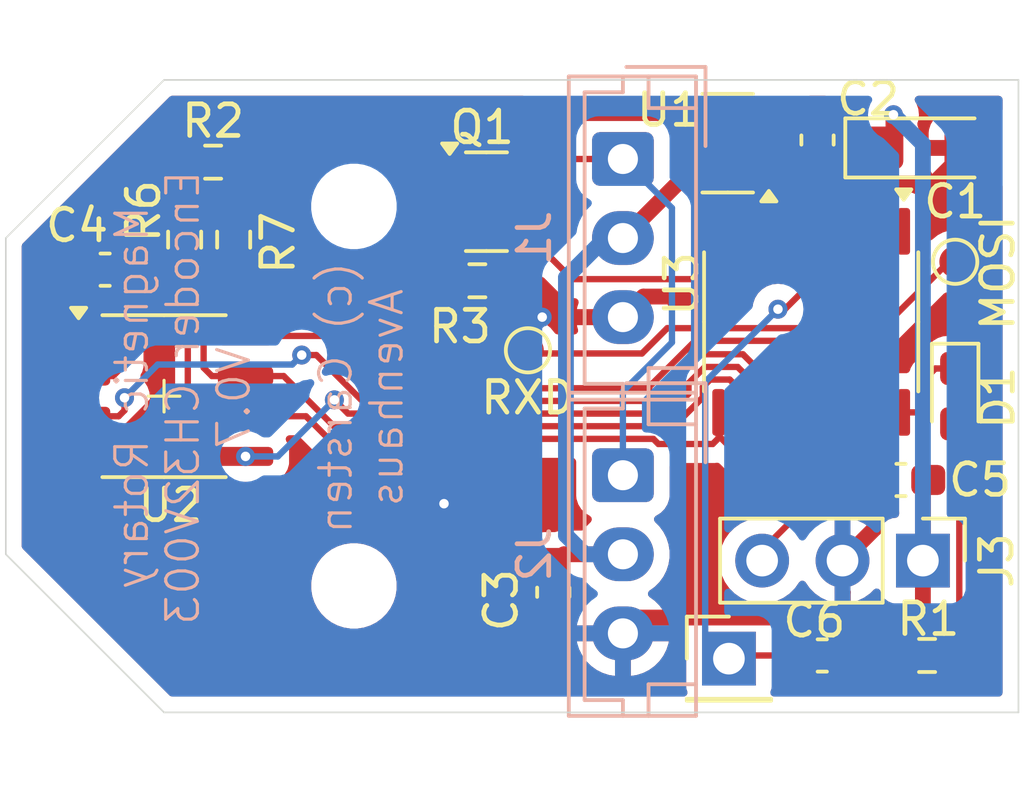
<source format=kicad_pcb>
(kicad_pcb (version 20240108) (generator "pcbnew") (generator_version "8.0")
  (layers (0 "F.Cu" signal) (31 "B.Cu" signal) (34 "B.Paste" user) (35 "F.Paste" user) (36 "B.SilkS" user "B.Silkscreen") (37 "F.SilkS" user "F.Silkscreen") (38 "B.Mask" user) (39 "F.Mask" user) (44 "Edge.Cuts" user))
  (net 0 "")
  (net 1 "GND")
  (net 2 "+3.3V")
  (net 3 "VCC")
  (net 4 "Net-(D1-A)")
  (net 5 "/Data")
  (net 6 "Net-(Q1-S)")
  (net 7 "/Com")
  (net 8 "/SS")
  (net 9 "/MOSI")
  (net 10 "/Out")
  (net 11 "/Push")
  (net 12 "/MISO{slash}SDA")
  (net 13 "/SCK{slash}SCL")
  (net 14 "/SWIO")
  (net 15 "/RXD")
  (net 17 "/RST")
  (net 22 "Net-(D1-K)")
  (footprint "TestPoint:TestPoint_Pad_D1.0mm" (layer "F.Cu") (at 130 105.75)
    (property "Reference" "MOSI" (at 1.35 0.35 90) (layer "F.SilkS"))
    (property "Value" "MOSI" (hide yes))
    (fp_circle (center 0 0) (end 0 0.7) (stroke (width 0.12)) (fill none) (layer "F.SilkS"))
    (pad "1" smd circle (at 0 0) (size 1 1) (layers "F.Cu" "F.Mask") (net 9 "/MOSI"))
  )
  (footprint "Connector_PinHeader_2.54mm:PinHeader_1x01_P2.54mm_Vertical" (layer "F.Cu") (at 122.85 118.3)
    (property "Reference" "TP1" (hide yes))
    (property "Value" "RST")
    (fp_line (start -1.33 -1.33) (end 0 -1.33) (stroke (width 0.12)) (layer "F.SilkS"))
    (fp_line (start -1.33 0) (end -1.33 -1.33) (stroke (width 0.12)) (layer "F.SilkS"))
    (fp_line (start -1.33 1.27) (end -1.33 1.33) (stroke (width 0.12)) (layer "F.SilkS"))
    (fp_line (start -1.33 1.27) (end 1.33 1.27) (stroke (width 0.12)) (layer "F.SilkS"))
    (fp_line (start -1.33 1.33) (end 1.33 1.33) (stroke (width 0.12)) (layer "F.SilkS"))
    (fp_line (start 1.33 1.27) (end 1.33 1.33) (stroke (width 0.12)) (layer "F.SilkS"))
    (pad "1" thru_hole rect (at 0 0) (size 1.7 1.7) (drill 1) (layers "*.Cu" "*.Mask") (net 17 "/RST"))
  )
  (footprint "Capacitor_Tantalum_SMD:CP_EIA-3216-18_Kemet-A_Pad1.58x1.35mm_HandSolder" (layer "F.Cu") (at 129.0125 102.15)
    (property "Reference" "C1" (at 0.9875 1.7 0) (layer "F.SilkS"))
    (property "Value" "47uF")
    (fp_line (start -2.485 -0.935) (end -2.485 0.935) (stroke (width 0.12)) (layer "F.SilkS"))
    (fp_line (start -2.485 0.935) (end 1.6 0.935) (stroke (width 0.12)) (layer "F.SilkS"))
    (fp_line (start 1.6 -0.935) (end -2.485 -0.935) (stroke (width 0.12)) (layer "F.SilkS"))
    (pad "1" smd roundrect (at -1.4375 0) (size 1.575 1.35) (layers "F.Cu" "F.Paste" "F.Mask") (roundrect_rratio 0.185185) (net 2 "+3.3V"))
    (pad "2" smd roundrect (at 1.4375 0) (size 1.575 1.35) (layers "F.Cu" "F.Paste" "F.Mask") (roundrect_rratio 0.185185) (net 1 "GND"))
  )
  (footprint "Capacitor_SMD:C_0603_1608Metric_Pad1.08x0.95mm_HandSolder" (layer "F.Cu") (at 125.65 101.9 -90)
    (property "Reference" "C2" (at -1.3 -1.6 180) (layer "F.SilkS"))
    (property "Value" "100nF" (hide yes))
    (fp_line (start -0.146267 0.51) (end 0.146267 0.51) (stroke (width 0.12)) (layer "F.SilkS"))
    (fp_line (start -0.146267 -0.51) (end 0.146267 -0.51) (stroke (width 0.12)) (layer "F.SilkS"))
    (pad "1" smd roundrect (at -0.8625 0 270) (size 1.075 0.95) (layers "F.Cu" "F.Paste" "F.Mask") (net 2 "+3.3V"))
    (pad "2" smd roundrect (at 0.8625 0 270) (size 1.075 0.95) (layers "F.Cu" "F.Paste" "F.Mask") (net 1 "GND"))
  )
  (footprint "Resistor_SMD:R_0603_1608Metric_Pad0.98x0.95mm_HandSolder" (layer "F.Cu") (at 129.1125 118.2)
    (property "Reference" "R1" (at 0.0375 -1.15 360) (layer "F.SilkS"))
    (property "Value" "1K")
    (fp_line (start -0.254724 -0.5225) (end 0.254724 -0.5225) (stroke (width 0.12)) (layer "F.SilkS"))
    (fp_line (start -0.254724 0.5225) (end 0.254724 0.5225) (stroke (width 0.12)) (layer "F.SilkS"))
    (pad "1" smd roundrect (at -0.9125 0) (size 0.975 0.95) (layers "F.Cu" "F.Paste" "F.Mask") (net 2 "+3.3V"))
    (pad "2" smd roundrect (at 0.9125 0) (size 0.975 0.95) (layers "F.Cu" "F.Paste" "F.Mask") (net 4 "Net-(D1-A)"))
  )
  (footprint "Capacitor_SMD:C_0603_1608Metric_Pad1.08x0.95mm_HandSolder" (layer "F.Cu") (at 128.2875 112.65 180)
    (property "Reference" "C5" (at -2.5 0 0) (layer "F.SilkS"))
    (property "Value" "100nF")
    (fp_line (start -0.146267 0.51) (end 0.146267 0.51) (stroke (width 0.12)) (layer "F.SilkS"))
    (fp_line (start -0.146267 -0.51) (end 0.146267 -0.51) (stroke (width 0.12)) (layer "F.SilkS"))
    (pad "1" smd roundrect (at -0.8625 0 180) (size 1.075 0.95) (layers "F.Cu" "F.Paste" "F.Mask") (net 2 "+3.3V"))
    (pad "2" smd roundrect (at 0.8625 0 180) (size 1.075 0.95) (layers "F.Cu" "F.Paste" "F.Mask") (net 1 "GND"))
  )
  (footprint "Resistor_SMD:R_0603_1608Metric_Pad0.98x0.95mm_HandSolder" (layer "F.Cu") (at 106.55 102.6)
    (property "Reference" "R2" (at 0 -1.3 0) (layer "F.SilkS"))
    (property "Value" "1K")
    (fp_line (start -0.254724 -0.5225) (end 0.254724 -0.5225) (stroke (width 0.12)) (layer "F.SilkS"))
    (fp_line (start -0.254724 0.5225) (end 0.254724 0.5225) (stroke (width 0.12)) (layer "F.SilkS"))
    (pad "1" smd roundrect (at -0.9125 0) (size 0.975 0.95) (layers "F.Cu" "F.Paste" "F.Mask") (net 2 "+3.3V"))
    (pad "2" smd roundrect (at 0.9125 0) (size 0.975 0.95) (layers "F.Cu" "F.Paste" "F.Mask") (net 6 "Net-(Q1-S)"))
  )
  (footprint "Capacitor_SMD:C_0603_1608Metric_Pad1.08x0.95mm_HandSolder" (layer "F.Cu") (at 117.3 116.2 -90)
    (property "Reference" "C3" (at 0.25 1.65 90) (layer "F.SilkS"))
    (property "Value" "100nF")
    (fp_line (start -0.146267 0.51) (end 0.146267 0.51) (stroke (width 0.12)) (layer "F.SilkS"))
    (fp_line (start -0.146267 -0.51) (end 0.146267 -0.51) (stroke (width 0.12)) (layer "F.SilkS"))
    (pad "1" smd roundrect (at -0.8625 0 270) (size 1.075 0.95) (layers "F.Cu" "F.Paste" "F.Mask") (net 3 "VCC"))
    (pad "2" smd roundrect (at 0.8625 0 270) (size 1.075 0.95) (layers "F.Cu" "F.Paste" "F.Mask") (net 1 "GND"))
  )
  (footprint "Connector_PinHeader_2.54mm:PinHeader_1x03_P2.54mm_Vertical" (layer "F.Cu") (at 128.98 115.2 -90)
    (property "Reference" "J3" (at 0 -2.33 90) (layer "F.SilkS"))
    (property "Value" "Conn_01x03_Pin")
    (fp_line (start -1.33 6.41) (end 1.33 6.41) (stroke (width 0.12)) (layer "F.SilkS"))
    (fp_line (start -1.33 1.27) (end -1.33 6.41) (stroke (width 0.12)) (layer "F.SilkS"))
    (fp_line (start -1.33 1.27) (end 1.33 1.27) (stroke (width 0.12)) (layer "F.SilkS"))
    (fp_line (start 1.33 1.27) (end 1.33 6.41) (stroke (width 0.12)) (layer "F.SilkS"))
    (fp_line (start -1.33 0) (end -1.33 -1.33) (stroke (width 0.12)) (layer "F.SilkS"))
    (fp_line (start -1.33 -1.33) (end 0 -1.33) (stroke (width 0.12)) (layer "F.SilkS"))
    (pad "1" thru_hole rect (at 0 0 270) (size 1.7 1.7) (drill 1) (layers "*.Cu" "*.Mask") (net 2 "+3.3V"))
    (pad "2" thru_hole oval (at 0 2.54 270) (size 1.7 1.7) (drill 1) (layers "*.Cu" "*.Mask") (net 1 "GND"))
    (pad "3" thru_hole oval (at 0 5.08 270) (size 1.7 1.7) (drill 1) (layers "*.Cu" "*.Mask") (net 14 "/SWIO"))
  )
  (footprint "Capacitor_SMD:C_0603_1608Metric_Pad1.08x0.95mm_HandSolder" (layer "F.Cu") (at 125.8 118.2)
    (property "Reference" "C6" (at -0.25 -1.1 0) (layer "F.SilkS"))
    (property "Value" "100nF")
    (fp_line (start -0.146267 -0.51) (end 0.146267 -0.51) (stroke (width 0.12)) (layer "F.SilkS"))
    (fp_line (start -0.146267 0.51) (end 0.146267 0.51) (stroke (width 0.12)) (layer "F.SilkS"))
    (pad "1" smd roundrect (at -0.8625 0) (size 1.075 0.95) (layers "F.Cu" "F.Paste" "F.Mask") (net 17 "/RST"))
    (pad "2" smd roundrect (at 0.8625 0) (size 1.075 0.95) (layers "F.Cu" "F.Paste" "F.Mask") (net 1 "GND"))
  )
  (footprint "MountingHole:MountingHole_2.2mm_M2_DIN965" (layer "F.Cu") (at 111 104)
    (property "Reference" "H2" (hide yes))
    (property "Value" "MountingHole")
    (pad "" np_thru_hole circle (at 0 0) (size 2.2 2.2) (drill 2.2) (layers "*.Cu" "*.Mask"))
  )
  (footprint "Package_SO:SO-8_3.9x4.9mm_P1.27mm" (layer "F.Cu") (at 105 110)
    (property "Reference" "U2" (at 0.2 3.45 0) (layer "F.SilkS"))
    (property "Value" "MT6701CT" (hide yes))
    (fp_line (start -0.5 0) (end 0.5 0) (stroke (width 0.1)) (layer "F.SilkS"))
    (fp_line (start 0 -2.56) (end -1.95 -2.56) (stroke (width 0.12)) (layer "F.SilkS"))
    (fp_line (start 0 -2.56) (end 1.95 -2.56) (stroke (width 0.12)) (layer "F.SilkS"))
    (fp_line (start 0 -0.5) (end 0 0.5) (stroke (width 0.1)) (layer "F.SilkS"))
    (fp_line (start 0 2.56) (end -1.95 2.56) (stroke (width 0.12)) (layer "F.SilkS"))
    (fp_line (start 0 2.56) (end 1.95 2.56) (stroke (width 0.12)) (layer "F.SilkS"))
    (fp_poly (pts (xy -2.7 -2.465) (xy -2.94 -2.795) (xy -2.46 -2.795) (xy -2.7 -2.465)) (stroke (width 0.12)) (fill solid) (layer "F.SilkS"))
    (pad "1" smd roundrect (at -2.575 -1.905) (size 1.75 0.6) (layers "F.Cu" "F.Paste" "F.Mask") (net 2 "+3.3V"))
    (pad "2" smd roundrect (at -2.575 -0.635) (size 1.75 0.6) (layers "F.Cu" "F.Paste" "F.Mask") (net 2 "+3.3V"))
    (pad "3" smd roundrect (at -2.575 0.635) (size 1.75 0.6) (layers "F.Cu" "F.Paste" "F.Mask") (net 11 "/Push"))
    (pad "4" smd roundrect (at -2.575 1.905) (size 1.75 0.6) (layers "F.Cu" "F.Paste" "F.Mask") (net 1 "GND"))
    (pad "5" smd roundrect (at 2.575 1.905) (size 1.75 0.6) (layers "F.Cu" "F.Paste" "F.Mask") (net 10 "/Out"))
    (pad "6" smd roundrect (at 2.575 0.635) (size 1.75 0.6) (layers "F.Cu" "F.Paste" "F.Mask") (net 12 "/MISO{slash}SDA"))
    (pad "7" smd roundrect (at 2.575 -0.635) (size 1.75 0.6) (layers "F.Cu" "F.Paste" "F.Mask") (net 13 "/SCK{slash}SCL"))
    (pad "8" smd roundrect (at 2.575 -1.905) (size 1.75 0.6) (layers "F.Cu" "F.Paste" "F.Mask") (net 8 "/SS"))
  )
  (footprint "MountingHole:MountingHole_2.2mm_M2_DIN965" (layer "F.Cu") (at 111 116)
    (property "Reference" "H1" (hide yes))
    (property "Value" "MountingHole")
    (pad "" np_thru_hole circle (at 0 0) (size 2.2 2.2) (drill 2.2) (layers "*.Cu" "*.Mask"))
  )
  (footprint "Resistor_SMD:R_0603_1608Metric_Pad0.98x0.95mm_HandSolder" (layer "F.Cu") (at 114.9 106.35)
    (property "Reference" "R3" (at -0.55 1.45 0) (layer "F.SilkS"))
    (property "Value" "100")
    (fp_line (start -0.254724 -0.5225) (end 0.254724 -0.5225) (stroke (width 0.12)) (layer "F.SilkS"))
    (fp_line (start -0.254724 0.5225) (end 0.254724 0.5225) (stroke (width 0.12)) (layer "F.SilkS"))
    (pad "1" smd roundrect (at -0.9125 0) (size 0.975 0.95) (layers "F.Cu" "F.Paste" "F.Mask") (net 6 "Net-(Q1-S)"))
    (pad "2" smd roundrect (at 0.9125 0) (size 0.975 0.95) (layers "F.Cu" "F.Paste" "F.Mask") (net 7 "/Com"))
  )
  (footprint "Resistor_SMD:R_0603_1608Metric_Pad0.98x0.95mm_HandSolder" (layer "F.Cu") (at 107.2 105.05 -90)
    (property "Reference" "R7" (at 0.1 -1.4 90) (layer "F.SilkS"))
    (property "Value" "10K")
    (fp_line (start -0.254724 0.5225) (end 0.254724 0.5225) (stroke (width 0.12)) (layer "F.SilkS"))
    (fp_line (start -0.254724 -0.5225) (end 0.254724 -0.5225) (stroke (width 0.12)) (layer "F.SilkS"))
    (pad "1" smd roundrect (at -0.9125 0 270) (size 0.975 0.95) (layers "F.Cu" "F.Paste" "F.Mask") (net 2 "+3.3V"))
    (pad "2" smd roundrect (at 0.9125 0 270) (size 0.975 0.95) (layers "F.Cu" "F.Paste" "F.Mask") (net 13 "/SCK{slash}SCL"))
  )
  (footprint "LED_SMD:LED_0603_1608Metric_Pad1.05x0.95mm_HandSolder" (layer "F.Cu") (at 130 110 -90)
    (property "Reference" "D1" (at 0.05 -1.35 90) (layer "F.SilkS"))
    (property "Value" "LED")
    (fp_line (start -1.66 0.735) (end 0.8 0.735) (stroke (width 0.12)) (layer "F.SilkS"))
    (fp_line (start -1.66 -0.735) (end -1.66 0.735) (stroke (width 0.12)) (layer "F.SilkS"))
    (fp_line (start 0.8 -0.735) (end -1.66 -0.735) (stroke (width 0.12)) (layer "F.SilkS"))
    (pad "1" smd roundrect (at -0.875 0 270) (size 1.05 0.95) (layers "F.Cu" "F.Paste" "F.Mask") (net 22 "Net-(D1-K)"))
    (pad "2" smd roundrect (at 0.875 0 270) (size 1.05 0.95) (layers "F.Cu" "F.Paste" "F.Mask") (net 4 "Net-(D1-A)"))
  )
  (footprint "Package_TO_SOT_SMD:SOT-23-3" (layer "F.Cu") (at 122.8125 102 180)
    (property "Reference" "U1" (at 1.8625 1.05 0) (layer "F.SilkS"))
    (property "Value" "XC6206PxxxMR" (hide yes))
    (fp_line (start 0 1.56) (end 0.8 1.56) (stroke (width 0.12)) (layer "F.SilkS"))
    (fp_line (start 0 1.56) (end -0.8 1.56) (stroke (width 0.12)) (layer "F.SilkS"))
    (fp_line (start 0 -1.56) (end 0.8 -1.56) (stroke (width 0.12)) (layer "F.SilkS"))
    (fp_line (start 0 -1.56) (end -0.8 -1.56) (stroke (width 0.12)) (layer "F.SilkS"))
    (fp_poly (pts (xy -1.3 -1.51) (xy -1.54 -1.84) (xy -1.06 -1.84) (xy -1.3 -1.51)) (stroke (width 0.12)) (fill solid) (layer "F.SilkS"))
    (pad "1" smd roundrect (at -1.1375 -0.95 180) (size 1.325 0.6) (layers "F.Cu" "F.Paste" "F.Mask") (net 1 "GND"))
    (pad "2" smd roundrect (at -1.1375 0.95 180) (size 1.325 0.6) (layers "F.Cu" "F.Paste" "F.Mask") (net 2 "+3.3V"))
    (pad "3" smd roundrect (at 1.1375 0 180) (size 1.325 0.6) (layers "F.Cu" "F.Paste" "F.Mask") (net 3 "VCC"))
  )
  (footprint "TestPoint:TestPoint_Pad_D1.0mm" (layer "F.Cu") (at 116.5 108.55)
    (property "Reference" "RXD" (at 0 1.5 0) (layer "F.SilkS"))
    (property "Value" "RXD")
    (fp_circle (center 0 0) (end 0 0.7) (stroke (width 0.12)) (fill none) (layer "F.SilkS"))
    (pad "1" smd circle (at 0 0) (size 1 1) (layers "F.Cu" "F.Mask") (net 15 "/RXD"))
  )
  (footprint "Package_TO_SOT_SMD:SOT-23" (layer "F.Cu") (at 115.1875 103.85)
    (property "Reference" "Q1" (at -0.1375 -2.35 0) (layer "F.SilkS"))
    (property "Value" "2N7002K" (hide yes))
    (fp_line (start 0 -1.56) (end -0.65 -1.56) (stroke (width 0.12)) (layer "F.SilkS"))
    (fp_line (start 0 -1.56) (end 0.65 -1.56) (stroke (width 0.12)) (layer "F.SilkS"))
    (fp_line (start 0 1.56) (end -0.65 1.56) (stroke (width 0.12)) (layer "F.SilkS"))
    (fp_line (start 0 1.56) (end 0.65 1.56) (stroke (width 0.12)) (layer "F.SilkS"))
    (fp_poly (pts (xy -1.1625 -1.51) (xy -1.4025 -1.84) (xy -0.9225 -1.84) (xy -1.1625 -1.51)) (stroke (width 0.12)) (fill solid) (layer "F.SilkS"))
    (pad "1" smd roundrect (at -0.9375 -0.95) (size 1.475 0.6) (layers "F.Cu" "F.Paste" "F.Mask") (net 2 "+3.3V"))
    (pad "2" smd roundrect (at -0.9375 0.95) (size 1.475 0.6) (layers "F.Cu" "F.Paste" "F.Mask") (net 6 "Net-(Q1-S)"))
    (pad "3" smd roundrect (at 0.9375 0) (size 1.475 0.6) (layers "F.Cu" "F.Paste" "F.Mask") (net 5 "/Data"))
  )
  (footprint "Resistor_SMD:R_0603_1608Metric_Pad0.98x0.95mm_HandSolder" (layer "F.Cu") (at 105.65 105.05 -90)
    (property "Reference" "R6" (at -0.9 1.3 90) (layer "F.SilkS"))
    (property "Value" "10K")
    (fp_line (start -0.254724 0.5225) (end 0.254724 0.5225) (stroke (width 0.12)) (layer "F.SilkS"))
    (fp_line (start -0.254724 -0.5225) (end 0.254724 -0.5225) (stroke (width 0.12)) (layer "F.SilkS"))
    (pad "1" smd roundrect (at -0.9125 0 270) (size 0.975 0.95) (layers "F.Cu" "F.Paste" "F.Mask") (net 2 "+3.3V"))
    (pad "2" smd roundrect (at 0.9125 0 270) (size 0.975 0.95) (layers "F.Cu" "F.Paste" "F.Mask") (net 12 "/MISO{slash}SDA"))
  )
  (footprint "Package_SO:TSSOP-20_4.4x6.5mm_P0.65mm" (layer "F.Cu") (at 125.45 107.65 -90)
    (property "Reference" "U3" (at -1.2 4.1 90) (layer "F.SilkS"))
    (property "Value" "CH32V003FxPx")
    (fp_line (start 0 3.385) (end -2.2 3.385) (stroke (width 0.12)) (layer "F.SilkS"))
    (fp_line (start 0 3.385) (end 2.2 3.385) (stroke (width 0.12)) (layer "F.SilkS"))
    (fp_line (start 0 -3.385) (end -2.2 -3.385) (stroke (width 0.12)) (layer "F.SilkS"))
    (fp_line (start 0 -3.385) (end 2.2 -3.385) (stroke (width 0.12)) (layer "F.SilkS"))
    (fp_poly (pts (xy -3.86 -2.925) (xy -4.19 -3.165) (xy -4.19 -2.685) (xy -3.86 -2.925)) (stroke (width 0.12)) (fill solid) (layer "F.SilkS"))
    (pad "1" smd roundrect (at -2.8625 -2.925 270) (size 1.475 0.4) (layers "F.Cu" "F.Paste" "F.Mask"))
    (pad "2" smd roundrect (at -2.8625 -2.275 270) (size 1.475 0.4) (layers "F.Cu" "F.Paste" "F.Mask") (net 7 "/Com"))
    (pad "3" smd roundrect (at -2.8625 -1.625 270) (size 1.475 0.4) (layers "F.Cu" "F.Paste" "F.Mask") (net 15 "/RXD"))
    (pad "4" smd roundrect (at -2.8625 -0.975 270) (size 1.475 0.4) (layers "F.Cu" "F.Paste" "F.Mask") (net 17 "/RST"))
    (pad "5" smd roundrect (at -2.8625 -0.325 270) (size 1.475 0.4) (layers "F.Cu" "F.Paste" "F.Mask"))
    (pad "6" smd roundrect (at -2.8625 0.325 270) (size 1.475 0.4) (layers "F.Cu" "F.Paste" "F.Mask"))
    (pad "7" smd roundrect (at -2.8625 0.975 270) (size 1.475 0.4) (layers "F.Cu" "F.Paste" "F.Mask") (net 1 "GND"))
    (pad "8" smd roundrect (at -2.8625 1.625 270) (size 1.475 0.4) (layers "F.Cu" "F.Paste" "F.Mask"))
    (pad "9" smd roundrect (at -2.8625 2.275 270) (size 1.475 0.4) (layers "F.Cu" "F.Paste" "F.Mask") (net 2 "+3.3V"))
    (pad "10" smd roundrect (at -2.8625 2.925 270) (size 1.475 0.4) (layers "F.Cu" "F.Paste" "F.Mask") (net 8 "/SS"))
    (pad "11" smd roundrect (at 2.8625 2.925 270) (size 1.475 0.4) (layers "F.Cu" "F.Paste" "F.Mask") (net 12 "/MISO{slash}SDA"))
    (pad "12" smd roundrect (at 2.8625 2.275 270) (size 1.475 0.4) (layers "F.Cu" "F.Paste" "F.Mask") (net 13 "/SCK{slash}SCL"))
    (pad "13" smd roundrect (at 2.8625 1.625 270) (size 1.475 0.4) (layers "F.Cu" "F.Paste" "F.Mask") (net 10 "/Out"))
    (pad "14" smd roundrect (at 2.8625 0.975 270) (size 1.475 0.4) (layers "F.Cu" "F.Paste" "F.Mask") (net 11 "/Push"))
    (pad "15" smd roundrect (at 2.8625 0.325 270) (size 1.475 0.4) (layers "F.Cu" "F.Paste" "F.Mask") (net 13 "/SCK{slash}SCL"))
    (pad "16" smd roundrect (at 2.8625 -0.325 270) (size 1.475 0.4) (layers "F.Cu" "F.Paste" "F.Mask") (net 9 "/MOSI"))
    (pad "17" smd roundrect (at 2.8625 -0.975 270) (size 1.475 0.4) (layers "F.Cu" "F.Paste" "F.Mask") (net 12 "/MISO{slash}SDA"))
    (pad "18" smd roundrect (at 2.8625 -1.625 270) (size 1.475 0.4) (layers "F.Cu" "F.Paste" "F.Mask") (net 14 "/SWIO"))
    (pad "19" smd roundrect (at 2.8625 -2.275 270) (size 1.475 0.4) (layers "F.Cu" "F.Paste" "F.Mask"))
    (pad "20" smd roundrect (at 2.8625 -2.925 270) (size 1.475 0.4) (layers "F.Cu" "F.Paste" "F.Mask") (net 22 "Net-(D1-K)"))
  )
  (footprint "Capacitor_SMD:C_0603_1608Metric_Pad1.08x0.95mm_HandSolder" (layer "F.Cu") (at 103.1375 106)
    (property "Reference" "C4" (at -0.8875 -1.4 0) (layer "F.SilkS"))
    (property "Value" "100nF")
    (fp_line (start -0.146267 -0.51) (end 0.146267 -0.51) (stroke (width 0.12)) (layer "F.SilkS"))
    (fp_line (start -0.146267 0.51) (end 0.146267 0.51) (stroke (width 0.12)) (layer "F.SilkS"))
    (pad "1" smd roundrect (at -0.8625 0) (size 1.075 0.95) (layers "F.Cu" "F.Paste" "F.Mask") (net 2 "+3.3V"))
    (pad "2" smd roundrect (at 0.8625 0) (size 1.075 0.95) (layers "F.Cu" "F.Paste" "F.Mask") (net 1 "GND"))
  )
  (footprint "My_Library:JST_1x03_P2.50mm_Vertical" (layer "B.Cu") (at 119.5 102.5 -90)
    (property "Reference" "J1" (at 2.5 2.8 90) (layer "B.SilkS") (effects (justify mirror)))
    (property "Value" "Conn_01x03_Pin" (hide yes))
    (fp_line (start -2.61 1.71) (end 7.61 1.71) (stroke (width 0.12)) (layer "B.SilkS"))
    (fp_line (start 7.61 1.71) (end 7.61 -2.31) (stroke (width 0.12)) (layer "B.SilkS"))
    (fp_line (start -2.11 1.21) (end -2.11 0) (stroke (width 0.12)) (layer "B.SilkS"))
    (fp_line (start 7.11 1.21) (end -2.11 1.21) (stroke (width 0.12)) (layer "B.SilkS"))
    (fp_line (start -2.11 0) (end -2.61 0) (stroke (width 0.12)) (layer "B.SilkS"))
    (fp_line (start 7.11 0) (end 7.11 1.21) (stroke (width 0.12)) (layer "B.SilkS"))
    (fp_line (start 7.61 0) (end 7.11 0) (stroke (width 0.12)) (layer "B.SilkS"))
    (fp_line (start -1.61 -0.81) (end -2.61 -0.81) (stroke (width 0.12)) (layer "B.SilkS"))
    (fp_line (start 6.61 -0.81) (end 7.61 -0.81) (stroke (width 0.12)) (layer "B.SilkS"))
    (fp_line (start -2.61 -2.31) (end -2.61 1.71) (stroke (width 0.12)) (layer "B.SilkS"))
    (fp_line (start -1.61 -2.31) (end -1.61 -0.81) (stroke (width 0.12)) (layer "B.SilkS"))
    (fp_line (start 6.61 -2.31) (end 6.61 -0.81) (stroke (width 0.12)) (layer "B.SilkS"))
    (fp_line (start 7.61 -2.31) (end -2.61 -2.31) (stroke (width 0.12)) (layer "B.SilkS"))
    (fp_line (start -2.91 -2.61) (end -2.91 -0.11) (stroke (width 0.12)) (layer "B.SilkS"))
    (fp_line (start -0.41 -2.61) (end -2.91 -2.61) (stroke (width 0.12)) (layer "B.SilkS"))
    (pad "1" thru_hole roundrect (at 0 0 270) (size 1.7 1.95) (drill 0.95) (layers "*.Cu" "*.Mask") (roundrect_rratio 0.147059) (net 5 "/Data"))
    (pad "2" thru_hole oval (at 2.5 0 270) (size 1.7 1.95) (drill 0.95) (layers "*.Cu" "*.Mask") (net 3 "VCC"))
    (pad "3" thru_hole oval (at 5 0 270) (size 1.7 1.95) (drill 0.95) (layers "*.Cu" "*.Mask") (net 1 "GND"))
  )
  (footprint "My_Library:JST_1x03_P2.50mm_Vertical" (layer "B.Cu") (at 119.5 112.5 -90)
    (property "Reference" "J2" (at 2.5 2.8 90) (layer "B.SilkS") (effects (justify mirror)))
    (property "Value" "Conn_01x03_Pin" (hide yes))
    (fp_line (start -2.61 1.71) (end 7.61 1.71) (stroke (width 0.12)) (layer "B.SilkS"))
    (fp_line (start 7.61 1.71) (end 7.61 -2.31) (stroke (width 0.12)) (layer "B.SilkS"))
    (fp_line (start -2.11 1.21) (end -2.11 0) (stroke (width 0.12)) (layer "B.SilkS"))
    (fp_line (start 7.11 1.21) (end -2.11 1.21) (stroke (width 0.12)) (layer "B.SilkS"))
    (fp_line (start -2.11 0) (end -2.61 0) (stroke (width 0.12)) (layer "B.SilkS"))
    (fp_line (start 7.11 0) (end 7.11 1.21) (stroke (width 0.12)) (layer "B.SilkS"))
    (fp_line (start 7.61 0) (end 7.11 0) (stroke (width 0.12)) (layer "B.SilkS"))
    (fp_line (start -1.61 -0.81) (end -2.61 -0.81) (stroke (width 0.12)) (layer "B.SilkS"))
    (fp_line (start 6.61 -0.81) (end 7.61 -0.81) (stroke (width 0.12)) (layer "B.SilkS"))
    (fp_line (start -2.61 -2.31) (end -2.61 1.71) (stroke (width 0.12)) (layer "B.SilkS"))
    (fp_line (start -1.61 -2.31) (end -1.61 -0.81) (stroke (width 0.12)) (layer "B.SilkS"))
    (fp_line (start 6.61 -2.31) (end 6.61 -0.81) (stroke (width 0.12)) (layer "B.SilkS"))
    (fp_line (start 7.61 -2.31) (end -2.61 -2.31) (stroke (width 0.12)) (layer "B.SilkS"))
    (fp_line (start -2.91 -2.61) (end -2.91 -0.11) (stroke (width 0.12)) (layer "B.SilkS"))
    (fp_line (start -0.41 -2.61) (end -2.91 -2.61) (stroke (width 0.12)) (layer "B.SilkS"))
    (pad "1" thru_hole roundrect (at 0 0 270) (size 1.7 1.95) (drill 0.95) (layers "*.Cu" "*.Mask") (roundrect_rratio 0.147059) (net 5 "/Data"))
    (pad "2" thru_hole oval (at 2.5 0 270) (size 1.7 1.95) (drill 0.95) (layers "*.Cu" "*.Mask") (net 3 "VCC"))
    (pad "3" thru_hole oval (at 5 0 270) (size 1.7 1.95) (drill 0.95) (layers "*.Cu" "*.Mask") (net 1 "GND"))
  )
  (gr_line (start 105 100) (end 132 100) (stroke (width 0.05)) (layer "Edge.Cuts"))
  (gr_line (start 100 105) (end 105 100) (stroke (width 0.05)) (layer "Edge.Cuts"))
  (gr_line (start 100 115) (end 105 120) (stroke (width 0.05)) (layer "Edge.Cuts"))
  (gr_line (start 132 100) (end 132 120) (stroke (width 0.05)) (layer "Edge.Cuts"))
  (gr_line (start 100 105) (end 100 115) (stroke (width 0.05)) (layer "Edge.Cuts"))
  (gr_line (start 132 120) (end 105 120) (stroke (width 0.05)) (layer "Edge.Cuts"))
  (gr_text_box "Magnetic Rotary\nEncoder CH32V003\nV0.7\n\n(c) Carsten\nAvenhaus" (start 102.65 101.2466) (end 112.95 118.8534) (angle 90) (layer "B.SilkS") (effects (font (size 1 1) (thickness 0.1)) (justify top mirror)) (border no))
  (segment (start 113.846146 113.4) (end 102.95 113.4) (width 0.5) (layer "F.Cu") (net 1))
  (segment (start 126.05 117) (end 126.45 116.6) (width 0.5) (layer "F.Cu") (net 1))
  (segment (start 113.846146 113.4) (end 117.3 116.853854) (width 0.5) (layer "F.Cu") (net 1))
  (segment (start 120.15 106.85) (end 119.5 107.5) (width 0.5) (layer "F.Cu") (net 1))
  (segment (start 120 117) (end 125.4625 117) (width 0.5) (layer "F.Cu") (net 1))
  (segment (start 119.5 117.5) (end 117.7375 117.5) (width 0.5) (layer "F.Cu") (net 1))
  (segment (start 124.475 104.7875) (end 124.475 105.655588) (width 0.5) (layer "F.Cu") (net 1))
  (segment (start 124.475 105.655588) (end 123.280588 106.85) (width 0.5) (layer "F.Cu") (net 1))
  (segment (start 126.44 116.19) (end 126.44 115.2) (width 0.5) (layer "F.Cu") (net 1))
  (segment (start 103.095 111.905) (end 105.1 109.9) (width 0.5) (layer "F.Cu") (net 1))
  (segment (start 125.65 102.7625) (end 124.75 102.7625) (width 0.5) (layer "F.Cu") (net 1))
  (segment (start 127.45 114.19) (end 127.45 112.675) (width 0.5) (layer "F.Cu") (net 1))
  (segment (start 105.1 109.9) (end 105.1 107.1) (width 0.5) (layer "F.Cu") (net 1))
  (segment (start 126.1625 103.275) (end 129.325 103.275) (width 0.5) (layer "F.Cu") (net 1))
  (segment (start 117.7375 117.5) (end 117.3 117.0625) (width 0.5) (layer "F.Cu") (net 1))
  (segment (start 105.1 107.1) (end 104 106) (width 0.5) (layer "F.Cu") (net 1))
  (segment (start 126.44 115.2) (end 127.45 114.19) (width 0.5) (layer "F.Cu") (net 1))
  (segment (start 125.4625 117) (end 126.6625 118.2) (width 0.5) (layer "F.Cu") (net 1))
  (segment (start 125.4625 117) (end 126.05 117) (width 0.5) (layer "F.Cu") (net 1))
  (segment (start 123.280588 106.85) (end 120.15 106.85) (width 0.5) (layer "F.Cu") (net 1))
  (segment (start 124.1375 102.7625) (end 123.95 102.95) (width 0.5) (layer "F.Cu") (net 1))
  (segment (start 124.475 103.0375) (end 124.75 102.7625) (width 0.5) (layer "F.Cu") (net 1))
  (segment (start 102.425 112.875) (end 102.425 111.905) (width 0.5) (layer "F.Cu") (net 1))
  (segment (start 126.45 116.2) (end 126.44 116.19) (width 0.5) (layer "F.Cu") (net 1))
  (segment (start 125.65 102.7625) (end 126.1625 103.275) (width 0.5) (layer "F.Cu") (net 1))
  (segment (start 124.75 102.7625) (end 124.1375 102.7625) (width 0.5) (layer "F.Cu") (net 1))
  (segment (start 124.475 104.7875) (end 124.475 103.0375) (width 0.5) (layer "F.Cu") (net 1))
  (segment (start 119.5 107.5) (end 116.95 107.5) (width 0.5) (layer "F.Cu") (net 1))
  (segment (start 126.45 116.6) (end 126.45 116.2) (width 0.5) (layer "F.Cu") (net 1))
  (segment (start 119.5 117.5) (end 120 117) (width 0.5) (layer "F.Cu") (net 1))
  (segment (start 102.95 113.4) (end 102.425 112.875) (width 0.5) (layer "F.Cu") (net 1))
  (segment (start 129.325 103.275) (end 130.45 102.15) (width 0.5) (layer "F.Cu") (net 1))
  (via (at 116.95 107.5) (size 0.6) (drill 0.3) (layers "F.Cu" "B.Cu") (net 1))
  (via (at 113.846146 113.4) (size 0.6) (drill 0.3) (layers "F.Cu" "B.Cu") (net 1))
  (segment (start 116.95 107.5) (end 113.846146 110.603854) (width 0.5) (layer "B.Cu") (net 1))
  (segment (start 113.846146 110.603854) (end 113.846146 113.4) (width 0.5) (layer "B.Cu") (net 1))
  (segment (start 125.6375 101.05) (end 123.95 101.05) (width 0.5) (layer "F.Cu") (net 2))
  (segment (start 105.65 104.1375) (end 107.2 104.1375) (width 0.5) (layer "F.Cu") (net 2))
  (segment (start 114.25 102.9) (end 114.25 102.25) (width 0.5) (layer "F.Cu") (net 2))
  (segment (start 117.15 101.05) (end 115.3 102.9) (width 0.5) (layer "F.Cu") (net 2))
  (segment (start 103.595 108.095) (end 103.75 108.25) (width 0.2) (layer "F.Cu") (net 2))
  (segment (start 102.275 106.85) (end 102.425 107) (width 0.5) (layer "F.Cu") (net 2))
  (segment (start 102.425 107) (end 102.425 108.095) (width 0.5) (layer "F.Cu") (net 2))
  (segment (start 123.175 104.7875) (end 123.175 103.690184) (width 0.5) (layer "F.Cu") (net 2))
  (segment (start 103.385 109.365) (end 102.425 109.365) (width 0.2) (layer "F.Cu") (net 2))
  (segment (start 102.275 106) (end 102.275 106.85) (width 0.5) (layer "F.Cu") (net 2))
  (segment (start 122.8375 103.352684) (end 122.8375 101.0625) (width 0.5) (layer "F.Cu") (net 2))
  (segment (start 115.3 102.9) (end 114.25 102.9) (width 0.5) (layer "F.Cu") (net 2))
  (segment (start 102.275 106) (end 102.275 105.525) (width 0.5) (layer "F.Cu") (net 2))
  (segment (start 126.4625 101.0375) (end 127.575 102.15) (width 0.5) (layer "F.Cu") (net 2))
  (segment (start 123.95 101.05) (end 122.85 101.05) (width 0.5) (layer "F.Cu") (net 2))
  (segment (start 123.175 103.690184) (end 122.8375 103.352684) (width 0.5) (layer "F.Cu") (net 2))
  (segment (start 103.75 108.25) (end 103.75 109) (width 0.2) (layer "F.Cu") (net 2))
  (segment (start 114.25 102.25) (end 113.6 101.6) (width 0.5) (layer "F.Cu") (net 2))
  (segment (start 102.275 105.525) (end 103.6625 104.1375) (width 0.5) (layer "F.Cu") (net 2))
  (segment (start 129 116.75) (end 128.98 116.73) (width 0.5) (layer "F.Cu") (net 2))
  (segment (start 103.75 109) (end 103.385 109.365) (width 0.2) (layer "F.Cu") (net 2))
  (segment (start 103.6625 104.1375) (end 105.65 104.1375) (width 0.5) (layer "F.Cu") (net 2))
  (segment (start 102.425 108.095) (end 103.595 108.095) (width 0.2) (layer "F.Cu") (net 2))
  (segment (start 128.98 116.73) (end 128.98 115.2) (width 0.5) (layer "F.Cu") (net 2))
  (segment (start 122.8375 101.0625) (end 122.85 101.05) (width 0.5) (layer "F.Cu") (net 2))
  (segment (start 128.2 117.55) (end 129 116.75) (width 0.5) (layer "F.Cu") (net 2))
  (segment (start 128.2 118.2) (end 128.2 117.55) (width 0.5) (layer "F.Cu") (net 2))
  (segment (start 105.65 104.1375) (end 105.65 102.6125) (width 0.5) (layer "F.Cu") (net 2))
  (segment (start 113.6 101.6) (end 106.35 101.6) (width 0.5) (layer "F.Cu") (net 2))
  (segment (start 106.35 101.6) (end 105.6375 102.3125) (width 0.5) (layer "F.Cu") (net 2))
  (segment (start 128.05 101.1) (end 128.05 101.675) (width 0.5) (layer "F.Cu") (net 2))
  (segment (start 122.85 101.05) (end 117.15 101.05) (width 0.5) (layer "F.Cu") (net 2))
  (segment (start 128.98 115.2) (end 128.98 112.82) (width 0.5) (layer "F.Cu") (net 2))
  (segment (start 128.05 101.675) (end 127.575 102.15) (width 0.5) (layer "F.Cu") (net 2))
  (segment (start 125.65 101.0375) (end 126.4625 101.0375) (width 0.5) (layer "F.Cu") (net 2))
  (via (at 128.05 101.1) (size 0.6) (drill 0.3) (layers "F.Cu" "B.Cu") (net 2))
  (segment (start 128.98 102.03) (end 128.05 101.1) (width 0.5) (layer "B.Cu") (net 2))
  (segment (start 128.98 115.2) (end 128.98 102.03) (width 0.5) (layer "B.Cu") (net 2))
  (segment (start 121.675 102.825) (end 119.5 105) (width 0.5) (layer "F.Cu") (net 3))
  (segment (start 117.6375 115) (end 117.3 115.3375) (width 0.5) (layer "F.Cu") (net 3))
  (segment (start 121.675 102) (end 121.675 102.825) (width 0.5) (layer "F.Cu") (net 3))
  (segment (start 119.5 115) (end 117.6375 115) (width 0.5) (layer "F.Cu") (net 3))
  (segment (start 118.3 115) (end 117.7 114.4) (width 0.5) (layer "B.Cu") (net 3))
  (segment (start 117.7 106.25) (end 118.95 105) (width 0.5) (layer "B.Cu") (net 3))
  (segment (start 119.5 115) (end 118.3 115) (width 0.5) (layer "B.Cu") (net 3))
  (segment (start 117.7 114.4) (end 117.7 106.25) (width 0.5) (layer "B.Cu") (net 3))
  (segment (start 130.13 118.095) (end 130.13 111.005) (width 0.2) (layer "F.Cu") (net 4))
  (segment (start 116.75 102.5) (end 119.5 102.5) (width 0.2) (layer "F.Cu") (net 5))
  (segment (start 116.125 103.125) (end 116.75 102.5) (width 0.2) (layer "F.Cu") (net 5))
  (segment (start 116.125 103.85) (end 116.125 103.125) (width 0.2) (layer "F.Cu") (net 5))
  (segment (start 121.05 108.3) (end 121.05 104.05) (width 0.2) (layer "B.Cu") (net 5))
  (segment (start 119.5 112.5) (end 119.5 109.85) (width 0.2) (layer "B.Cu") (net 5))
  (segment (start 121.05 104.05) (end 119.5 102.5) (width 0.2) (layer "B.Cu") (net 5))
  (segment (start 119.5 109.85) (end 121.05 108.3) (width 0.2) (layer "B.Cu") (net 5))
  (segment (start 113.9875 106.35) (end 113.9875 105.0625) (width 0.2) (layer "F.Cu") (net 6))
  (segment (start 108.15 102.6) (end 108.5 102.95) (width 0.2) (layer "F.Cu") (net 6))
  (segment (start 110.1 106.35) (end 113.9875 106.35) (width 0.2) (layer "F.Cu") (net 6))
  (segment (start 108.5 102.95) (end 108.5 104.75) (width 0.2) (layer "F.Cu") (net 6))
  (segment (start 107.4625 102.6) (end 108.15 102.6) (width 0.2) (layer "F.Cu") (net 6))
  (segment (start 113.9875 105.0625) (end 114.25 104.8) (width 0.2) (layer "F.Cu") (net 6))
  (segment (start 108.5 104.75) (end 110.1 106.35) (width 0.2) (layer "F.Cu") (net 6))
  (segment (start 120.332599 109.75) (end 115.85 109.75) (width 0.2) (layer "F.Cu") (net 7))
  (segment (start 115.8125 107.2875) (end 115.8125 106.35) (width 0.2) (layer "F.Cu") (net 7))
  (segment (start 127.725 107.075) (end 127.725 104.7875) (width 0.2) (layer "F.Cu") (net 7))
  (segment (start 115.2 107.9) (end 115.8125 107.2875) (width 0.2) (layer "F.Cu") (net 7))
  (segment (start 121.784486 108.25) (end 126.55 108.25) (width 0.2) (layer "F.Cu") (net 7))
  (segment (start 115.2 109.1) (end 115.2 107.9) (width 0.2) (layer "F.Cu") (net 7))
  (segment (start 120.332599 109.701887) (end 121.784486 108.25) (width 0.2) (layer "F.Cu") (net 7))
  (segment (start 115.85 109.75) (end 115.2 109.1) (width 0.2) (layer "F.Cu") (net 7))
  (segment (start 126.55 108.25) (end 127.725 107.075) (width 0.2) (layer "F.Cu") (net 7))
  (segment (start 120.332599 109.75) (end 120.332599 109.701887) (width 0.2) (layer "F.Cu") (net 7))
  (segment (start 117 105.4) (end 117.9 106.3) (width 0.2) (layer "F.Cu") (net 8))
  (segment (start 115.508278 105.4) (end 117 105.4) (width 0.2) (layer "F.Cu") (net 8))
  (segment (start 114.8 106.108278) (end 115.508278 105.4) (width 0.2) (layer "F.Cu") (net 8))
  (segment (start 122.525 105.575) (end 122.525 104.7875) (width 0.2) (layer "F.Cu") (net 8))
  (segment (start 114.8 106.8) (end 114.8 106.108278) (width 0.2) (layer "F.Cu") (net 8))
  (segment (start 107.575 108.095) (end 113.505 108.095) (width 0.2) (layer "F.Cu") (net 8))
  (segment (start 117.9 106.3) (end 121.8 106.3) (width 0.2) (layer "F.Cu") (net 8))
  (segment (start 121.8 106.3) (end 122.525 105.575) (width 0.2) (layer "F.Cu") (net 8))
  (segment (start 113.505 108.095) (end 114.8 106.8) (width 0.2) (layer "F.Cu") (net 8))
  (segment (start 125.775 110.5125) (end 125.775 109.775001) (width 0.2) (layer "F.Cu") (net 9))
  (segment (start 125.775 109.775001) (end 129.800001 105.75) (width 0.2) (layer "F.Cu") (net 9))
  (segment (start 122.090858 109.075) (end 123.124999 109.075) (width 0.2) (layer "F.Cu") (net 10))
  (segment (start 110.382108 110.117892) (end 110.814216 110.55) (width 0.2) (layer "F.Cu") (net 10))
  (segment (start 110.814216 110.55) (end 120.946814 110.55) (width 0.2) (layer "F.Cu") (net 10))
  (segment (start 120.946814 110.55) (end 121.573407 109.923407) (width 0.2) (layer "F.Cu") (net 10))
  (segment (start 121.573407 109.923407) (end 121.573407 109.592451) (width 0.2) (layer "F.Cu") (net 10))
  (segment (start 123.825 109.775001) (end 123.825 110.5125) (width 0.2) (layer "F.Cu") (net 10))
  (segment (start 123.124999 109.075) (end 123.825 109.775001) (width 0.2) (layer "F.Cu") (net 10))
  (segment (start 121.573407 109.592451) (end 122.090858 109.075) (width 0.2) (layer "F.Cu") (net 10))
  (via (at 110.382108 110.117892) (size 0.6) (drill 0.3) (layers "F.Cu" "B.Cu") (net 10))
  (via (at 107.575 111.905) (size 0.6) (drill 0.3) (layers "F.Cu" "B.Cu") (net 10))
  (segment (start 108.595 111.905) (end 107.575 111.905) (width 0.2) (layer "B.Cu") (net 10))
  (segment (start 110.382108 110.117892) (end 108.595 111.905) (width 0.2) (layer "B.Cu") (net 10))
  (segment (start 123.293456 108.675) (end 124.475 109.856544) (width 0.2) (layer "F.Cu") (net 11))
  (segment (start 121.925172 108.675) (end 123.293456 108.675) (width 0.2) (layer "F.Cu") (net 11))
  (segment (start 103.75 110.05) (end 103.75 110.45) (width 0.2) (layer "F.Cu") (net 11))
  (segment (start 120.498285 110.15) (end 121.173407 109.474878) (width 0.2) (layer "F.Cu") (net 11))
  (segment (start 103.75 110.45) (end 103.565 110.635) (width 0.2) (layer "F.Cu") (net 11))
  (segment (start 109.812745 108.7) (end 111.262745 110.15) (width 0.2) (layer "F.Cu") (net 11))
  (segment (start 111.262745 110.15) (end 120.498285 110.15) (width 0.2) (layer "F.Cu") (net 11))
  (segment (start 109.35 108.7) (end 109.812745 108.7) (width 0.2) (layer "F.Cu") (net 11))
  (segment (start 124.475 109.856544) (end 124.475 110.5125) (width 0.2) (layer "F.Cu") (net 11))
  (segment (start 121.173407 109.426765) (end 121.925172 108.675) (width 0.2) (layer "F.Cu") (net 11))
  (segment (start 103.565 110.635) (end 102.425 110.635) (width 0.2) (layer "F.Cu") (net 11))
  (segment (start 121.173407 109.474878) (end 121.173407 109.426765) (width 0.2) (layer "F.Cu") (net 11))
  (via (at 109.35 108.7) (size 0.6) (drill 0.3) (layers "F.Cu" "B.Cu") (net 11))
  (via (at 103.75 110.05) (size 0.6) (drill 0.3) (layers "F.Cu" "B.Cu") (net 11))
  (segment (start 109.35 108.7) (end 109.05 109) (width 0.2) (layer "B.Cu") (net 11))
  (segment (start 104.8 109) (end 103.75 110.05) (width 0.2) (layer "B.Cu") (net 11))
  (segment (start 109.05 109) (end 104.8 109) (width 0.2) (layer "B.Cu") (net 11))
  (segment (start 106.635 110.635) (end 105.75 109.75) (width 0.2) (layer "F.Cu") (net 12))
  (segment (start 105.75 109.75) (end 105.75 106.0625) (width 0.2) (layer "F.Cu") (net 12))
  (segment (start 109.485 110.635) (end 110.2 111.35) (width 0.2) (layer "F.Cu") (net 12))
  (segment (start 122.3375 111.5125) (end 122.525 111.325) (width 0.2) (layer "F.Cu") (net 12))
  (segment (start 107.575 110.635) (end 106.635 110.635) (width 0.2) (layer "F.Cu") (net 12))
  (segment (start 120.459744 111.35) (end 120.622244 111.5125) (width 0.2) (layer "F.Cu") (net 12))
  (segment (start 122.525 111.325) (end 122.525 110.5125) (width 0.2) (layer "F.Cu") (net 12))
  (segment (start 126.425 111.175) (end 126.425 110.5125) (width 0.2) (layer "F.Cu") (net 12))
  (segment (start 120.622244 111.5125) (end 122.3375 111.5125) (width 0.2) (layer "F.Cu") (net 12))
  (segment (start 107.575 110.635) (end 109.485 110.635) (width 0.2) (layer "F.Cu") (net 12))
  (segment (start 123.225001 111.95) (end 125.65 111.95) (width 0.2) (layer "F.Cu") (net 12))
  (segment (start 125.65 111.95) (end 126.425 111.175) (width 0.2) (layer "F.Cu") (net 12))
  (segment (start 122.525 110.5125) (end 122.525 111.249999) (width 0.2) (layer "F.Cu") (net 12))
  (segment (start 122.525 111.249999) (end 123.225001 111.95) (width 0.2) (layer "F.Cu") (net 12))
  (segment (start 110.2 111.35) (end 120.459744 111.35) (width 0.2) (layer "F.Cu") (net 12))
  (segment (start 122.874999 109.475) (end 123.175 109.775001) (width 0.2) (layer "F.Cu") (net 13))
  (segment (start 125.125 111.275) (end 125.125 110.5125) (width 0.2) (layer "F.Cu") (net 13))
  (segment (start 121.1125 110.95) (end 122.025 110.0375) (width 0.2) (layer "F.Cu") (net 13))
  (segment (start 121.1125 110.95) (end 110.365686 110.95) (width 0.2) (layer "F.Cu") (net 13))
  (segment (start 107.575 109.365) (end 106.515 109.365) (width 0.2) (layer "F.Cu") (net 13))
  (segment (start 123.175 110.5125) (end 123.175 111.249999) (width 0.2) (layer "F.Cu") (net 13))
  (segment (start 122.256544 109.475) (end 122.874999 109.475) (width 0.2) (layer "F.Cu") (net 13))
  (segment (start 122.025 110.0375) (end 122.025 109.706544) (width 0.2) (layer "F.Cu") (net 13))
  (segment (start 123.475001 111.55) (end 124.85 111.55) (width 0.2) (layer "F.Cu") (net 13))
  (segment (start 123.175 111.249999) (end 123.475001 111.55) (width 0.2) (layer "F.Cu") (net 13))
  (segment (start 106.515 109.365) (end 106.25 109.1) (width 0.2) (layer "F.Cu") (net 13))
  (segment (start 124.85 111.55) (end 125.125 111.275) (width 0.2) (layer "F.Cu") (net 13))
  (segment (start 108.780686 109.365) (end 107.575 109.365) (width 0.2) (layer "F.Cu") (net 13))
  (segment (start 123.175 109.775001) (end 123.175 110.5125) (width 0.2) (layer "F.Cu") (net 13))
  (segment (start 110.365686 110.95) (end 108.780686 109.365) (width 0.2) (layer "F.Cu") (net 13))
  (segment (start 122.025 109.706544) (end 122.256544 109.475) (width 0.2) (layer "F.Cu") (net 13))
  (segment (start 106.25 106.9125) (end 107.2 105.9625) (width 0.2) (layer "F.Cu") (net 13))
  (segment (start 106.25 109.1) (end 106.25 106.9125) (width 0.2) (layer "F.Cu") (net 13))
  (segment (start 127.075 111.695778) (end 127.075 110.5125) (width 0.2) (layer "F.Cu") (net 14))
  (segment (start 123.9 114.870778) (end 127.075 111.695778) (width 0.2) (layer "F.Cu") (net 14))
  (segment (start 120.901346 107.85) (end 125.8 107.85) (width 0.2) (layer "F.Cu") (net 15))
  (segment (start 120.101346 108.65) (end 116.6 108.65) (width 0.2) (layer "F.Cu") (net 15))
  (segment (start 127.075 106.575) (end 127.075 104.7875) (width 0.2) (layer "F.Cu") (net 15))
  (segment (start 120.101346 108.65) (end 120.901346 107.85) (width 0.2) (layer "F.Cu") (net 15))
  (segment (start 125.8 107.85) (end 127.075 106.575) (width 0.2) (layer "F.Cu") (net 15))
  (segment (start 124.618456 107.25) (end 126.425 105.443456) (width 0.2) (layer "F.Cu") (net 17))
  (segment (start 126.425 105.443456) (end 126.425 104.7875) (width 0.2) (layer "F.Cu") (net 17))
  (segment (start 124.9375 118.2) (end 122.95 118.2) (width 0.2) (layer "F.Cu") (net 17))
  (segment (start 124.4 107.25) (end 124.618456 107.25) (width 0.2) (layer "F.Cu") (net 17))
  (via (at 124.4 107.25) (size 0.6) (drill 0.3) (layers "F.Cu" "B.Cu") (net 17))
  (segment (start 122.1 109.55) (end 124.4 107.25) (width 0.2) (layer "B.Cu") (net 17))
  (segment (start 122.1 117.55) (end 122.1 109.55) (width 0.2) (layer "B.Cu") (net 17))
  (segment (start 128.8875 110.5125) (end 128.375 110.5125) (width 0.2) (layer "F.Cu") (net 22))
  (segment (start 130 109.125) (end 129.375 109.125) (width 0.2) (layer "F.Cu") (net 22))
  (segment (start 129.15 110.25) (end 128.8875 110.5125) (width 0.2) (layer "F.Cu") (net 22))
  (segment (start 129.375 109.125) (end 129.15 109.35) (width 0.2) (layer "F.Cu") (net 22))
  (segment (start 129.15 109.35) (end 129.15 110.25) (width 0.2) (layer "F.Cu") (net 22))
  (zone (net 1) (net_name "GND") (layers "F&B.Cu") (connect_pads (clearance 0.5)) (min_thickness 0.25) (fill yes (thermal_gap 0.5) (thermal_bridge_width 0.5))
    (polygon (pts (xy 100 100) (xy 132 100) (xy 132 120) (xy 100 120)))
  )
)
</source>
